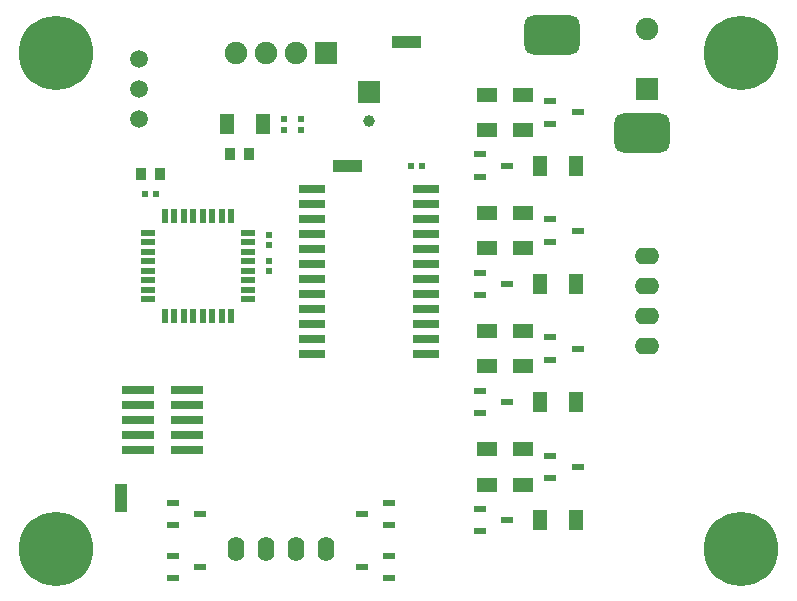
<source format=gbr>
%TF.GenerationSoftware,KiCad,Pcbnew,5.99.0-unknown-5db75805bd~106~ubuntu20.04.1*%
%TF.CreationDate,2021-01-04T23:22:09+00:00*%
%TF.ProjectId,minidriver,6d696e69-6472-4697-9665-722e6b696361,rev?*%
%TF.SameCoordinates,Original*%
%TF.FileFunction,Soldermask,Top*%
%TF.FilePolarity,Negative*%
%FSLAX46Y46*%
G04 Gerber Fmt 4.6, Leading zero omitted, Abs format (unit mm)*
G04 Created by KiCad (PCBNEW 5.99.0-unknown-5db75805bd~106~ubuntu20.04.1) date 2021-01-04 23:22:09*
%MOMM*%
%LPD*%
G01*
G04 APERTURE LIST*
G04 Aperture macros list*
%AMRoundRect*
0 Rectangle with rounded corners*
0 $1 Rounding radius*
0 $2 $3 $4 $5 $6 $7 $8 $9 X,Y pos of 4 corners*
0 Add a 4 corners polygon primitive as box body*
4,1,4,$2,$3,$4,$5,$6,$7,$8,$9,$2,$3,0*
0 Add four circle primitives for the rounded corners*
1,1,$1+$1,$2,$3,0*
1,1,$1+$1,$4,$5,0*
1,1,$1+$1,$6,$7,0*
1,1,$1+$1,$8,$9,0*
0 Add four rect primitives between the rounded corners*
20,1,$1+$1,$2,$3,$4,$5,0*
20,1,$1+$1,$4,$5,$6,$7,0*
20,1,$1+$1,$6,$7,$8,$9,0*
20,1,$1+$1,$8,$9,$2,$3,0*%
G04 Aperture macros list end*
%ADD10R,1.000000X1.000000*%
%ADD11R,1.800000X1.150000*%
%ADD12R,1.150000X1.800000*%
%ADD13R,1.900000X1.900000*%
%ADD14C,1.900000*%
%ADD15R,1.000000X0.600000*%
%ADD16R,0.620000X0.620000*%
%ADD17R,0.950000X1.000000*%
%ADD18C,1.500000*%
%ADD19C,0.600000*%
%ADD20C,6.300000*%
%ADD21RoundRect,0.850000X-1.500000X-0.850000X1.500000X-0.850000X1.500000X0.850000X-1.500000X0.850000X0*%
%ADD22O,2.100000X1.400000*%
%ADD23C,1.000000*%
%ADD24R,1.200000X0.500000*%
%ADD25R,0.500000X1.200000*%
%ADD26R,2.790000X0.740000*%
%ADD27RoundRect,0.850000X1.500000X0.850000X-1.500000X0.850000X-1.500000X-0.850000X1.500000X-0.850000X0*%
%ADD28O,1.400000X2.100000*%
%ADD29R,2.200000X0.650000*%
G04 APERTURE END LIST*
D10*
%TO.C,J7*%
X101500000Y-141400000D03*
G36*
X102000000Y-140450001D02*
G01*
X101999999Y-141450000D01*
X101500000Y-140950000D01*
X101000000Y-141450000D01*
X101000000Y-140450000D01*
X102000000Y-140450001D01*
G37*
G36*
X101500000Y-141350000D02*
G01*
X102000000Y-141850001D01*
X101999999Y-142850000D01*
X101000000Y-142849999D01*
X101000001Y-141850000D01*
X101500000Y-141350000D01*
G37*
%TD*%
%TO.C,J3*%
X120400000Y-113500000D03*
G36*
X120350000Y-113500000D02*
G01*
X120850001Y-113000000D01*
X121850000Y-113000001D01*
X121849999Y-114000000D01*
X120850000Y-113999999D01*
X120350000Y-113500000D01*
G37*
G36*
X119450001Y-113000000D02*
G01*
X120450000Y-113000001D01*
X119950000Y-113500000D01*
X120449999Y-114000000D01*
X119450000Y-114000000D01*
X119450001Y-113000000D01*
G37*
%TD*%
D11*
%TO.C,R10*%
X132500000Y-140500000D03*
X132500000Y-137500000D03*
%TD*%
%TO.C,R12*%
X135500000Y-137500000D03*
X135500000Y-140500000D03*
%TD*%
D12*
%TO.C,R7*%
X137000000Y-113500000D03*
X140000000Y-113500000D03*
%TD*%
D13*
%TO.C,J1*%
X146000000Y-107040000D03*
D14*
X146000000Y-101960000D03*
%TD*%
D15*
%TO.C,Q9*%
X137850000Y-118050000D03*
X137850000Y-119950000D03*
X140150000Y-119000000D03*
%TD*%
D12*
%TO.C,R8*%
X137000000Y-133500000D03*
X140000000Y-133500000D03*
%TD*%
D16*
%TO.C,C5*%
X114000000Y-120250000D03*
X114000000Y-119350000D03*
%TD*%
D15*
%TO.C,Q11*%
X137850000Y-138050000D03*
X137850000Y-139950000D03*
X140150000Y-139000000D03*
%TD*%
D11*
%TO.C,R9*%
X132500000Y-120500000D03*
X132500000Y-117500000D03*
%TD*%
%TO.C,R11*%
X135500000Y-117500000D03*
X135500000Y-120500000D03*
%TD*%
D17*
%TO.C,D1*%
X104800000Y-114250000D03*
X103200000Y-114250000D03*
%TD*%
D18*
%TO.C,IC1*%
X103000000Y-104460000D03*
X103000000Y-107000000D03*
X103000000Y-109540000D03*
%TD*%
D16*
%TO.C,C2*%
X114000000Y-122450000D03*
X114000000Y-121550000D03*
%TD*%
D19*
%TO.C,X1*%
X94200000Y-147800000D03*
D20*
X96000000Y-146000000D03*
D19*
X98500000Y-146000000D03*
X97800000Y-144200000D03*
X97800000Y-147800000D03*
X96000000Y-148500000D03*
X93500000Y-146000000D03*
X96000000Y-143500000D03*
X94200000Y-144200000D03*
%TD*%
D15*
%TO.C,Q4*%
X105850000Y-146550000D03*
X105850000Y-148450000D03*
X108150000Y-147500000D03*
%TD*%
D21*
%TO.C,TP2*%
X138000000Y-102400000D03*
%TD*%
D16*
%TO.C,C4*%
X126950000Y-113500000D03*
X126050000Y-113500000D03*
%TD*%
D19*
%TO.C,X4*%
X155800000Y-105800000D03*
X154000000Y-106500000D03*
D20*
X154000000Y-104000000D03*
D19*
X155800000Y-102200000D03*
X151500000Y-104000000D03*
X154000000Y-101500000D03*
X152200000Y-102200000D03*
X152200000Y-105800000D03*
X156500000Y-104000000D03*
%TD*%
D22*
%TO.C,J4*%
X146000000Y-128810000D03*
X146000000Y-126270000D03*
X146000000Y-123730000D03*
X146000000Y-121190000D03*
%TD*%
D15*
%TO.C,Q2*%
X131850000Y-132550000D03*
X131850000Y-134450000D03*
X134150000Y-133500000D03*
%TD*%
%TO.C,Q7*%
X131850000Y-122550000D03*
X131850000Y-124450000D03*
X134150000Y-123500000D03*
%TD*%
D10*
%TO.C,J6*%
X125400000Y-103000000D03*
G36*
X125350000Y-103000000D02*
G01*
X125850001Y-102500000D01*
X126850000Y-102500001D01*
X126849999Y-103500000D01*
X125850000Y-103499999D01*
X125350000Y-103000000D01*
G37*
G36*
X124450001Y-102500000D02*
G01*
X125450000Y-102500001D01*
X124950000Y-103000000D01*
X125449999Y-103500000D01*
X124450000Y-103500000D01*
X124450001Y-102500000D01*
G37*
%TD*%
D12*
%TO.C,C1*%
X110500000Y-110000000D03*
X113500000Y-110000000D03*
%TD*%
D15*
%TO.C,Q6*%
X124150000Y-143950000D03*
X124150000Y-142050000D03*
X121850000Y-143000000D03*
%TD*%
D23*
%TO.C,TP3*%
X122500000Y-109750000D03*
%TD*%
D15*
%TO.C,Q1*%
X131850000Y-112550000D03*
X131850000Y-114450000D03*
X134150000Y-113500000D03*
%TD*%
D24*
%TO.C,IC2*%
X112200000Y-124800000D03*
X112200000Y-124000000D03*
X112200000Y-123200000D03*
X112200000Y-122400000D03*
X112200000Y-121600000D03*
X112200000Y-120800000D03*
X112200000Y-120000000D03*
X112200000Y-119200000D03*
D25*
X110800000Y-117800000D03*
X110000000Y-117800000D03*
X109200000Y-117800000D03*
X108400000Y-117800000D03*
X107600000Y-117800000D03*
X106800000Y-117800000D03*
X106000000Y-117800000D03*
X105200000Y-117800000D03*
D24*
X103800000Y-119200000D03*
X103800000Y-120000000D03*
X103800000Y-120800000D03*
X103800000Y-121600000D03*
X103800000Y-122400000D03*
X103800000Y-123200000D03*
X103800000Y-124000000D03*
X103800000Y-124800000D03*
D25*
X105200000Y-126200000D03*
X106000000Y-126200000D03*
X106800000Y-126200000D03*
X107600000Y-126200000D03*
X108400000Y-126200000D03*
X109200000Y-126200000D03*
X110000000Y-126200000D03*
X110800000Y-126200000D03*
%TD*%
D11*
%TO.C,R5*%
X135500000Y-107500000D03*
X135500000Y-110500000D03*
%TD*%
D19*
%TO.C,X3*%
X155800000Y-144200000D03*
X156500000Y-146000000D03*
X151500000Y-146000000D03*
D20*
X154000000Y-146000000D03*
D19*
X154000000Y-143500000D03*
X154000000Y-148500000D03*
X155800000Y-147800000D03*
X152200000Y-147800000D03*
X152200000Y-144200000D03*
%TD*%
D13*
%TO.C,J2*%
X118810000Y-104000000D03*
D14*
X116270000Y-104000000D03*
X113730000Y-104000000D03*
X111190000Y-104000000D03*
%TD*%
D11*
%TO.C,R3*%
X132500000Y-110500000D03*
X132500000Y-107500000D03*
%TD*%
D16*
%TO.C,R1*%
X116750000Y-109550000D03*
X116750000Y-110450000D03*
%TD*%
D13*
%TO.C,TP4*%
X122500000Y-107250000D03*
%TD*%
D26*
%TO.C,P1*%
X102965000Y-132460000D03*
X107035000Y-132460000D03*
X102965000Y-133730000D03*
X107035000Y-133730000D03*
X102965000Y-135000000D03*
X107035000Y-135000000D03*
X102965000Y-136270000D03*
X107035000Y-136270000D03*
X102965000Y-137540000D03*
X107035000Y-137540000D03*
%TD*%
D15*
%TO.C,Q3*%
X137850000Y-108050000D03*
X137850000Y-109950000D03*
X140150000Y-109000000D03*
%TD*%
%TO.C,Q12*%
X124150000Y-148450000D03*
X124150000Y-146550000D03*
X121850000Y-147500000D03*
%TD*%
D27*
%TO.C,TP1*%
X145600000Y-110700000D03*
%TD*%
D28*
%TO.C,J5*%
X111190000Y-146000000D03*
X113730000Y-146000000D03*
X116270000Y-146000000D03*
X118810000Y-146000000D03*
%TD*%
D12*
%TO.C,R14*%
X137000000Y-143500000D03*
X140000000Y-143500000D03*
%TD*%
D16*
%TO.C,R15*%
X104450000Y-115900000D03*
X103550000Y-115900000D03*
%TD*%
D15*
%TO.C,Q10*%
X105850000Y-142050000D03*
X105850000Y-143950000D03*
X108150000Y-143000000D03*
%TD*%
D11*
%TO.C,R6*%
X135500000Y-127500000D03*
X135500000Y-130500000D03*
%TD*%
D12*
%TO.C,R13*%
X137000000Y-123500000D03*
X140000000Y-123500000D03*
%TD*%
D15*
%TO.C,Q5*%
X137850000Y-128050000D03*
X137850000Y-129950000D03*
X140150000Y-129000000D03*
%TD*%
%TO.C,Q8*%
X131850000Y-142550000D03*
X131850000Y-144450000D03*
X134150000Y-143500000D03*
%TD*%
D29*
%TO.C,IC3*%
X117700000Y-115515000D03*
X117700000Y-116785000D03*
X117700000Y-118055000D03*
X117700000Y-119325000D03*
X117700000Y-120595000D03*
X117700000Y-121865000D03*
X117700000Y-123135000D03*
X117700000Y-124405000D03*
X117700000Y-125675000D03*
X117700000Y-126945000D03*
X117700000Y-128215000D03*
X117700000Y-129485000D03*
X127300000Y-129485000D03*
X127300000Y-128215000D03*
X127300000Y-126945000D03*
X127300000Y-125675000D03*
X127300000Y-124405000D03*
X127300000Y-123135000D03*
X127300000Y-121865000D03*
X127300000Y-120595000D03*
X127300000Y-119325000D03*
X127300000Y-118055000D03*
X127300000Y-116785000D03*
X127300000Y-115515000D03*
%TD*%
D17*
%TO.C,C3*%
X110700000Y-112500000D03*
X112300000Y-112500000D03*
%TD*%
D11*
%TO.C,R4*%
X132500000Y-130500000D03*
X132500000Y-127500000D03*
%TD*%
D16*
%TO.C,R2*%
X115250000Y-109550000D03*
X115250000Y-110450000D03*
%TD*%
D19*
%TO.C,X2*%
X96000000Y-101500000D03*
X98500000Y-104000000D03*
D20*
X96000000Y-104000000D03*
D19*
X97800000Y-105800000D03*
X94200000Y-105800000D03*
X93500000Y-104000000D03*
X94200000Y-102200000D03*
X96000000Y-106500000D03*
X97800000Y-102200000D03*
%TD*%
M02*

</source>
